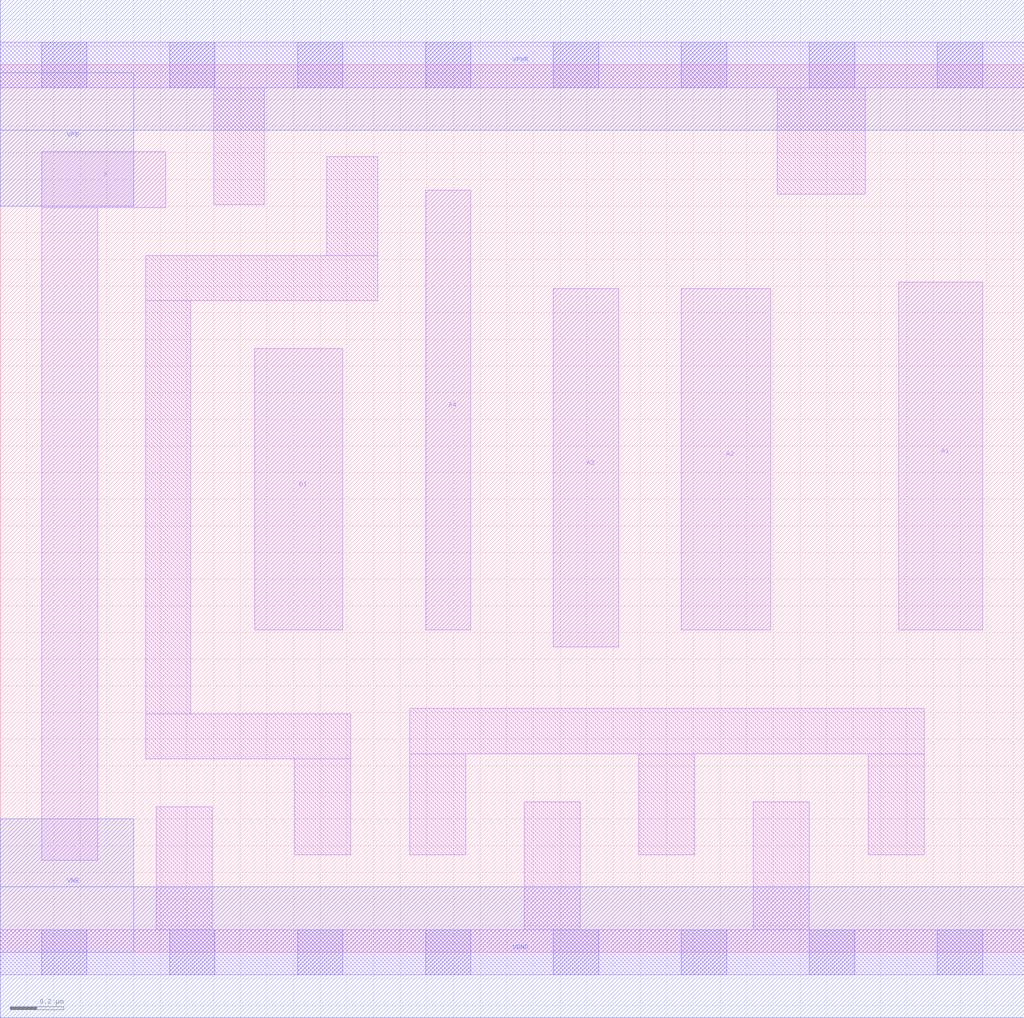
<source format=lef>
# Copyright 2020 The SkyWater PDK Authors
#
# Licensed under the Apache License, Version 2.0 (the "License");
# you may not use this file except in compliance with the License.
# You may obtain a copy of the License at
#
#     https://www.apache.org/licenses/LICENSE-2.0
#
# Unless required by applicable law or agreed to in writing, software
# distributed under the License is distributed on an "AS IS" BASIS,
# WITHOUT WARRANTIES OR CONDITIONS OF ANY KIND, either express or implied.
# See the License for the specific language governing permissions and
# limitations under the License.
#
# SPDX-License-Identifier: Apache-2.0

VERSION 5.5 ;
NAMESCASESENSITIVE ON ;
BUSBITCHARS "[]" ;
DIVIDERCHAR "/" ;
MACRO sky130_fd_sc_lp__o41a_m
  CLASS CORE ;
  SOURCE USER ;
  ORIGIN  0.000000  0.000000 ;
  SIZE  3.840000 BY  3.330000 ;
  SYMMETRY X Y R90 ;
  SITE unit ;
  PIN A1
    ANTENNAGATEAREA  0.126000 ;
    DIRECTION INPUT ;
    USE SIGNAL ;
    PORT
      LAYER li1 ;
        RECT 3.370000 1.210000 3.685000 2.515000 ;
    END
  END A1
  PIN A2
    ANTENNAGATEAREA  0.126000 ;
    DIRECTION INPUT ;
    USE SIGNAL ;
    PORT
      LAYER li1 ;
        RECT 2.555000 1.210000 2.890000 2.490000 ;
    END
  END A2
  PIN A3
    ANTENNAGATEAREA  0.126000 ;
    DIRECTION INPUT ;
    USE SIGNAL ;
    PORT
      LAYER li1 ;
        RECT 2.075000 1.145000 2.320000 2.490000 ;
    END
  END A3
  PIN A4
    ANTENNAGATEAREA  0.126000 ;
    DIRECTION INPUT ;
    USE SIGNAL ;
    PORT
      LAYER li1 ;
        RECT 1.595000 1.210000 1.765000 2.860000 ;
    END
  END A4
  PIN B1
    ANTENNAGATEAREA  0.126000 ;
    DIRECTION INPUT ;
    USE SIGNAL ;
    PORT
      LAYER li1 ;
        RECT 0.955000 1.210000 1.285000 2.265000 ;
    END
  END B1
  PIN X
    ANTENNADIFFAREA  0.222600 ;
    DIRECTION OUTPUT ;
    USE SIGNAL ;
    PORT
      LAYER li1 ;
        RECT 0.155000 0.345000 0.365000 2.795000 ;
        RECT 0.155000 2.795000 0.620000 3.005000 ;
    END
  END X
  PIN VGND
    DIRECTION INOUT ;
    USE GROUND ;
    PORT
      LAYER met1 ;
        RECT 0.000000 -0.245000 3.840000 0.245000 ;
    END
  END VGND
  PIN VNB
    DIRECTION INOUT ;
    USE GROUND ;
    PORT
    END
  END VNB
  PIN VPB
    DIRECTION INOUT ;
    USE POWER ;
    PORT
    END
  END VPB
  PIN VNB
    DIRECTION INOUT ;
    USE GROUND ;
    PORT
      LAYER met1 ;
        RECT 0.000000 0.000000 0.500000 0.500000 ;
    END
  END VNB
  PIN VPB
    DIRECTION INOUT ;
    USE POWER ;
    PORT
      LAYER met1 ;
        RECT 0.000000 2.800000 0.500000 3.300000 ;
    END
  END VPB
  PIN VPWR
    DIRECTION INOUT ;
    USE POWER ;
    PORT
      LAYER met1 ;
        RECT 0.000000 3.085000 3.840000 3.575000 ;
    END
  END VPWR
  OBS
    LAYER li1 ;
      RECT 0.000000 -0.085000 3.840000 0.085000 ;
      RECT 0.000000  3.245000 3.840000 3.415000 ;
      RECT 0.545000  0.725000 1.315000 0.895000 ;
      RECT 0.545000  0.895000 0.715000 2.445000 ;
      RECT 0.545000  2.445000 1.415000 2.615000 ;
      RECT 0.585000  0.085000 0.795000 0.545000 ;
      RECT 0.800000  2.805000 0.990000 3.245000 ;
      RECT 1.105000  0.365000 1.315000 0.725000 ;
      RECT 1.225000  2.615000 1.415000 2.985000 ;
      RECT 1.535000  0.365000 1.745000 0.745000 ;
      RECT 1.535000  0.745000 3.465000 0.915000 ;
      RECT 1.965000  0.085000 2.175000 0.565000 ;
      RECT 2.395000  0.365000 2.605000 0.745000 ;
      RECT 2.825000  0.085000 3.035000 0.565000 ;
      RECT 2.915000  2.845000 3.245000 3.245000 ;
      RECT 3.255000  0.365000 3.465000 0.745000 ;
    LAYER mcon ;
      RECT 0.155000 -0.085000 0.325000 0.085000 ;
      RECT 0.155000  3.245000 0.325000 3.415000 ;
      RECT 0.635000 -0.085000 0.805000 0.085000 ;
      RECT 0.635000  3.245000 0.805000 3.415000 ;
      RECT 1.115000 -0.085000 1.285000 0.085000 ;
      RECT 1.115000  3.245000 1.285000 3.415000 ;
      RECT 1.595000 -0.085000 1.765000 0.085000 ;
      RECT 1.595000  3.245000 1.765000 3.415000 ;
      RECT 2.075000 -0.085000 2.245000 0.085000 ;
      RECT 2.075000  3.245000 2.245000 3.415000 ;
      RECT 2.555000 -0.085000 2.725000 0.085000 ;
      RECT 2.555000  3.245000 2.725000 3.415000 ;
      RECT 3.035000 -0.085000 3.205000 0.085000 ;
      RECT 3.035000  3.245000 3.205000 3.415000 ;
      RECT 3.515000 -0.085000 3.685000 0.085000 ;
      RECT 3.515000  3.245000 3.685000 3.415000 ;
  END
END sky130_fd_sc_lp__o41a_m
END LIBRARY

</source>
